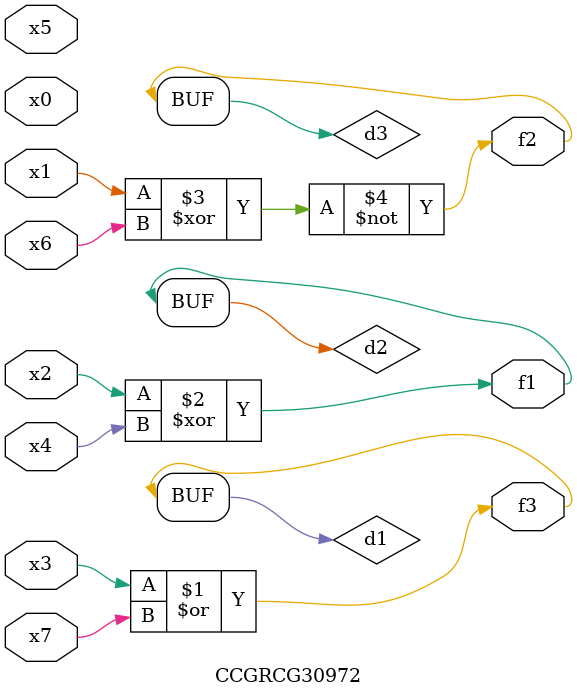
<source format=v>
module CCGRCG30972(
	input x0, x1, x2, x3, x4, x5, x6, x7,
	output f1, f2, f3
);

	wire d1, d2, d3;

	or (d1, x3, x7);
	xor (d2, x2, x4);
	xnor (d3, x1, x6);
	assign f1 = d2;
	assign f2 = d3;
	assign f3 = d1;
endmodule

</source>
